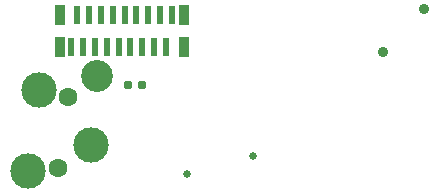
<source format=gbr>
%TF.GenerationSoftware,KiCad,Pcbnew,(7.0.0)*%
%TF.CreationDate,2023-05-27T10:45:59+01:00*%
%TF.ProjectId,left_connectors,6c656674-5f63-46f6-9e6e-6563746f7273,rev?*%
%TF.SameCoordinates,Original*%
%TF.FileFunction,Soldermask,Top*%
%TF.FilePolarity,Negative*%
%FSLAX46Y46*%
G04 Gerber Fmt 4.6, Leading zero omitted, Abs format (unit mm)*
G04 Created by KiCad (PCBNEW (7.0.0)) date 2023-05-27 10:45:59*
%MOMM*%
%LPD*%
G01*
G04 APERTURE LIST*
G04 Aperture macros list*
%AMRoundRect*
0 Rectangle with rounded corners*
0 $1 Rounding radius*
0 $2 $3 $4 $5 $6 $7 $8 $9 X,Y pos of 4 corners*
0 Add a 4 corners polygon primitive as box body*
4,1,4,$2,$3,$4,$5,$6,$7,$8,$9,$2,$3,0*
0 Add four circle primitives for the rounded corners*
1,1,$1+$1,$2,$3*
1,1,$1+$1,$4,$5*
1,1,$1+$1,$6,$7*
1,1,$1+$1,$8,$9*
0 Add four rect primitives between the rounded corners*
20,1,$1+$1,$2,$3,$4,$5,0*
20,1,$1+$1,$4,$5,$6,$7,0*
20,1,$1+$1,$6,$7,$8,$9,0*
20,1,$1+$1,$8,$9,$2,$3,0*%
G04 Aperture macros list end*
%ADD10R,0.609600X1.524000*%
%ADD11R,0.812800X1.803400*%
%ADD12RoundRect,0.160000X0.197500X0.160000X-0.197500X0.160000X-0.197500X-0.160000X0.197500X-0.160000X0*%
%ADD13C,0.900000*%
%ADD14C,0.650000*%
%ADD15C,1.600000*%
%ADD16C,3.000000*%
%ADD17C,2.700000*%
G04 APERTURE END LIST*
D10*
%TO.C,J3*%
X104999999Y-72399999D03*
X105499998Y-69707599D03*
X105999997Y-72399999D03*
X106499998Y-69707599D03*
X106999997Y-72399999D03*
X107499999Y-69707599D03*
X107999998Y-72399999D03*
X108499997Y-69707599D03*
X108999998Y-72399999D03*
X109499998Y-69707599D03*
X109999996Y-72399999D03*
X110499998Y-69707599D03*
X110999997Y-72399999D03*
X111499999Y-69707599D03*
X111999998Y-72399999D03*
X112499997Y-69707599D03*
X112999998Y-72399999D03*
X113499997Y-69707599D03*
D11*
X114495098Y-69707599D03*
X104004898Y-69707599D03*
X114495098Y-72399999D03*
X104004898Y-72399999D03*
%TD*%
D12*
%TO.C,R5*%
X110997500Y-75600000D03*
X109802500Y-75600000D03*
%TD*%
D13*
%TO.C,SW2*%
X134835955Y-69200984D03*
X131364045Y-72799016D03*
%TD*%
D14*
%TO.C,J1*%
X120349903Y-81585163D03*
X114788585Y-83160011D03*
%TD*%
D15*
%TO.C,J2*%
X103900010Y-82600001D03*
X104722084Y-76656585D03*
D16*
X106691562Y-80664223D03*
X101341380Y-82851812D03*
X102286765Y-76016884D03*
D17*
X107189063Y-74877817D03*
%TD*%
M02*

</source>
